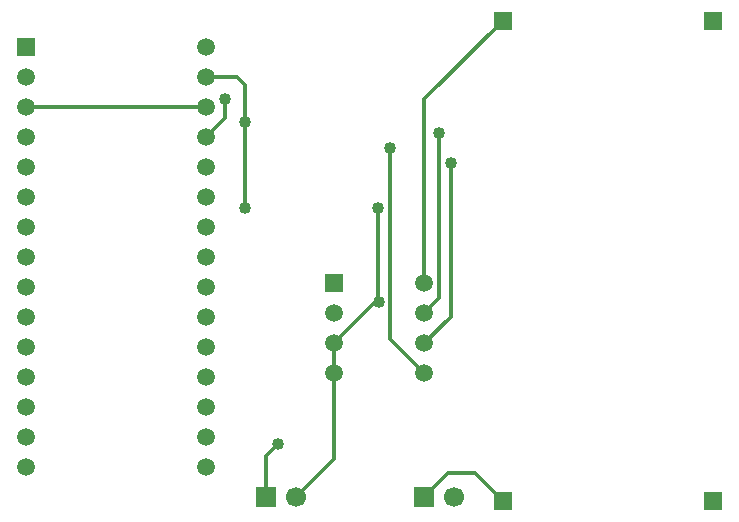
<source format=gbr>
G04 DipTrace 3.1.0.1*
G04 Bottom.gbr*
%MOIN*%
G04 #@! TF.FileFunction,Copper,L2,Bot*
G04 #@! TF.Part,Single*
G04 #@! TA.AperFunction,Conductor*
%ADD13C,0.012992*%
G04 #@! TA.AperFunction,ComponentPad*
%ADD14R,0.059055X0.059055*%
%ADD15C,0.059055*%
%ADD18R,0.066929X0.066929*%
%ADD19C,0.066929*%
G04 #@! TA.AperFunction,ViaPad*
%ADD22C,0.04*%
%FSLAX26Y26*%
G04*
G70*
G90*
G75*
G01*
G04 Bottom*
%LPD*%
X1316349Y1575810D2*
D13*
Y1863507D1*
Y1987324D1*
X1290364Y2013310D1*
X1188357D1*
X1488357Y613310D2*
X1613357Y738310D1*
Y1025810D1*
Y1125810D2*
X1759085Y1271538D1*
Y1575810D1*
X1613357Y1025810D2*
Y1125810D1*
X1763357Y1263310D2*
X1759085Y1267581D1*
Y1271538D1*
X1425857Y788310D2*
X1388357Y750810D1*
Y613310D1*
X2175857Y600810D2*
X2084420Y692247D1*
X1992294D1*
X1913357Y613310D1*
X1962373Y1825810D2*
Y1274825D1*
X1913357Y1225810D1*
X2001861Y1725810D2*
Y1214314D1*
X1913357Y1125810D1*
Y1025810D2*
X1798570Y1140597D1*
Y1775810D1*
X1188357Y1913310D2*
X588357D1*
X1250877Y1938310D2*
Y1875829D1*
X1188357Y1813310D1*
X1913357Y1325810D2*
Y1938310D1*
X2175857Y2200810D1*
D22*
X1316349Y1575810D3*
Y1863507D3*
X1759085Y1575810D3*
X1425857Y788310D3*
X1250877Y1938310D3*
X1962373Y1825810D3*
X2001861Y1725810D3*
X1798570Y1775810D3*
X1763357Y1263310D3*
D14*
X1613357Y1325810D3*
D15*
Y1225810D3*
Y1125810D3*
Y1025810D3*
X1913357D3*
Y1125810D3*
Y1225810D3*
Y1325810D3*
D14*
X588357Y2113310D3*
D15*
Y2013310D3*
Y1913310D3*
Y1813310D3*
Y1713310D3*
Y1613310D3*
Y1513310D3*
Y1413310D3*
Y1313310D3*
Y1213310D3*
Y1113310D3*
Y1013310D3*
Y913310D3*
Y813310D3*
Y713310D3*
X1188357D3*
Y813310D3*
Y913310D3*
Y1013310D3*
Y1113310D3*
Y1213310D3*
Y1313310D3*
Y1413310D3*
Y1513310D3*
Y1613310D3*
Y1713310D3*
Y1813310D3*
Y1913310D3*
Y2013310D3*
Y2113310D3*
D14*
X2175857Y600810D3*
Y2200810D3*
X2875857Y600810D3*
Y2200810D3*
D18*
X1388357Y613310D3*
D19*
X1488357D3*
D18*
X1913357D3*
D19*
X2013357D3*
M02*

</source>
